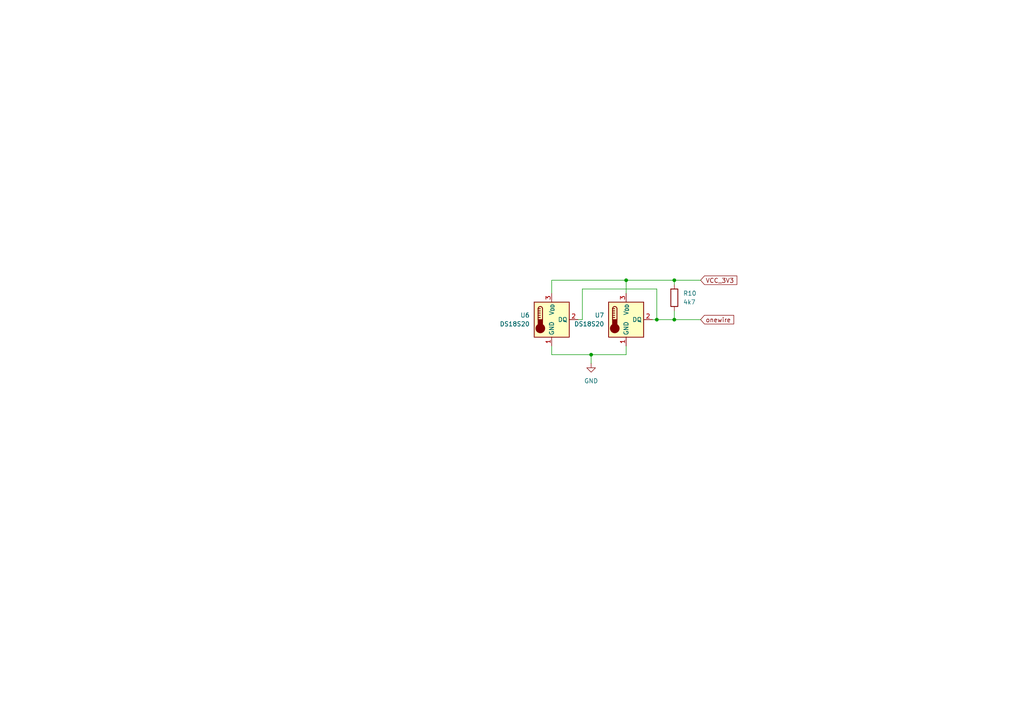
<source format=kicad_sch>
(kicad_sch (version 20231120) (generator "eeschema") (generator_version "8.0")
  (paper "A4")
  (lib_symbols
    (symbol "Device:R" (pin_numbers hide) (pin_names (offset 0))
      (property "Reference" "R" (at 2.032 0 90))
      (property "Value" "R" (at 0 0 90))
      (symbol "R_0_1"
        (rectangle (start -1.016 -2.54) (end 1.016 2.54) (stroke (width 0.254)))
      )
      (symbol "R_1_1"
        (pin passive line (at 0 3.81 270) (length 1.27) (name "~") (number "1"))
        (pin passive line (at 0 -3.81 90) (length 1.27) (name "~") (number "2"))
      )
    )
    (symbol "Sensor_Temperature:DS18S20"
      (property "Reference" "U" (at -3.81 6.35 0))
      (property "Value" "DS18S20" (at 6.35 6.35 0))
      (symbol "DS18S20_0_1"
        (rectangle (start -5.08 5.08) (end 5.08 -5.08) (stroke (width 0.254)) (fill (type background)))
        (circle (center -3.302 -2.54) (radius 1.27) (stroke (width 0.254)) (fill (type outline)))
        (rectangle (start -2.667 -1.905) (end -3.937 0) (stroke (width 0.254)) (fill (type outline)))
        (arc (start -2.667 3.175) (mid -3.302 3.8073) (end -3.937 3.175) (stroke (width 0.254)))
        (polyline (pts (xy -3.937 0.635) (xy -3.302 0.635)) (stroke (width 0.254)))
        (polyline (pts (xy -3.937 1.27) (xy -3.302 1.27)) (stroke (width 0.254)))
        (polyline (pts (xy -3.937 1.905) (xy -3.302 1.905)) (stroke (width 0.254)))
        (polyline (pts (xy -3.937 2.54) (xy -3.302 2.54)) (stroke (width 0.254)))
        (polyline (pts (xy -3.937 3.175) (xy -3.937 0)) (stroke (width 0.254)))
        (polyline (pts (xy -3.937 3.175) (xy -3.302 3.175)) (stroke (width 0.254)))
        (polyline (pts (xy -2.667 3.175) (xy -2.667 0)) (stroke (width 0.254)))
      )
      (symbol "DS18S20_1_1"
        (pin power_in line (at 0 -7.62 90) (length 2.54) (name "GND") (number "1"))
        (pin bidirectional line (at 7.62 0 180) (length 2.54) (name "DQ") (number "2"))
        (pin power_in line (at 0 7.62 270) (length 2.54) (name "V_{DD}") (number "3"))
      )
    )
    (symbol "power:GND" (power) (pin_numbers hide) (pin_names (offset 0) hide)
      (property "Value" "GND" (at 0 -3.81 0))
      (symbol "GND_0_1"
        (polyline (pts (xy 0 0) (xy 0 -1.27) (xy 1.27 -1.27) (xy 0 -2.54) (xy -1.27 -1.27) (xy 0 -1.27)))
      )
      (symbol "GND_1_1"
        (pin power_in line (at 0 0 270) (length 0) (name "~") (number "1"))
      )
    )
  )
  (junction (at 190.5 92.71))
  (junction (at 195.58 92.71))
  (junction (at 181.61 81.28))
  (junction (at 171.45 102.87))
  (junction (at 195.58 81.28))
  (wire (pts (xy 181.61 81.28) (xy 181.61 85.09)))
  (wire (pts (xy 190.5 83.82) (xy 190.5 92.71)))
  (wire (pts (xy 181.61 81.28) (xy 195.58 81.28)))
  (wire (pts (xy 168.91 83.82) (xy 168.91 92.71)))
  (wire (pts (xy 189.23 92.71) (xy 190.5 92.71)))
  (wire (pts (xy 195.58 90.17) (xy 195.58 92.71)))
  (wire (pts (xy 160.02 81.28) (xy 181.61 81.28)))
  (wire (pts (xy 171.45 102.87) (xy 160.02 102.87)))
  (wire (pts (xy 181.61 102.87) (xy 171.45 102.87)))
  (wire (pts (xy 168.91 83.82) (xy 190.5 83.82)))
  (wire (pts (xy 160.02 81.28) (xy 160.02 85.09)))
  (wire (pts (xy 167.64 92.71) (xy 168.91 92.71)))
  (wire (pts (xy 195.58 81.28) (xy 203.2 81.28)))
  (wire (pts (xy 190.5 92.71) (xy 195.58 92.71)))
  (wire (pts (xy 171.45 102.87) (xy 171.45 105.41)))
  (wire (pts (xy 181.61 100.33) (xy 181.61 102.87)))
  (wire (pts (xy 160.02 100.33) (xy 160.02 102.87)))
  (wire (pts (xy 195.58 92.71) (xy 203.2 92.71)))
  (wire (pts (xy 195.58 81.28) (xy 195.58 82.55)))
  (global_label "VCC_3V3" (shape input) (at 203.2 81.28 0) (property "Intersheetrefs" "${INTERSHEET_REFS}" (effects (hide yes))))
  (global_label "onewire" (shape input) (at 203.2 92.71 0) (property "Intersheetrefs" "${INTERSHEET_REFS}" (effects (hide yes))))
  (symbol (lib_id "Device:R") (at 195.58 86.36 180) (unit 1)
    (property "Reference" "R10" (at 198.12 85.0899 0) (effects (justify right)))
    (property "Value" "4k7" (at 198.12 87.6299 0) (effects (justify right)))
    (property "Footprint" "Resistor_SMD:R_0603_1608Metric" (effects (hide yes)))
    (property "Description" "Resistor" (effects (hide yes)))
    (property "LCSC Part # " "C23162" (effects (hide yes)))
  )
  (symbol (lib_id "Sensor_Temperature:DS18S20") (at 160.02 92.71 0) (unit 1) (in_bom no)
    (property "Reference" "U6" (at 153.67 91.4399 0) (effects (justify right)))
    (property "Value" "DS18S20" (at 153.67 93.9799 0) (effects (justify right)))
    (property "Footprint" "Package_TO_SOT_THT:TO-92L_HandSolder" (effects (hide yes)))
    (property "Datasheet" "http://datasheets.maximintegrated.com/en/ds/DS18S20.pdf" (effects (hide yes)))
    (property "Description" "High-Precision 1-Wire Digital Thermometer TO-92" (effects (hide yes)))
  )
  (symbol (lib_id "power:GND") (at 171.45 105.41 0) (unit 1)
    (property "Reference" "#PWR028" (effects (hide yes)))
    (property "Value" "GND" (at 171.45 110.49 0))
    (property "Description" "Power symbol creates a global label with name \"GND\" , ground" (effects (hide yes)))
  )
  (symbol (lib_id "Sensor_Temperature:DS18S20") (at 181.61 92.71 0) (unit 1) (in_bom no)
    (property "Reference" "U7" (at 175.26 91.4399 0) (effects (justify right)))
    (property "Value" "DS18S20" (at 175.26 93.9799 0) (effects (justify right)))
    (property "Footprint" "Package_TO_SOT_THT:TO-92L_HandSolder" (effects (hide yes)))
    (property "Datasheet" "http://datasheets.maximintegrated.com/en/ds/DS18S20.pdf" (effects (hide yes)))
    (property "Description" "High-Precision 1-Wire Digital Thermometer TO-92" (effects (hide yes)))
  )
)
</source>
